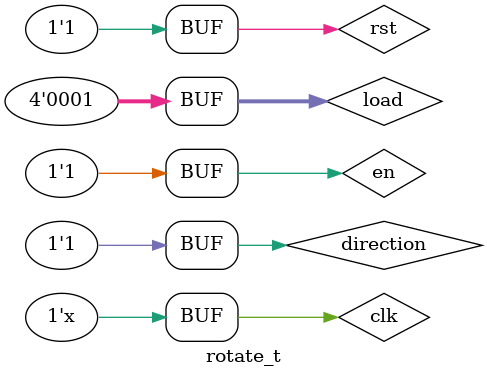
<source format=v>
`timescale 1ns / 1ps


module rotate_t;

	// Inputs
	reg clk;
	reg rst;
	reg en;
	reg direction;
	reg [3:0] load;

	// Outputs
	wire [3:0] out;

	// Instantiate the Unit Under Test (UUT)
	rotate uut (
		.out(out), 
		.clk(clk), 
		.rst(rst), 
		.en(en), 
		.direction(direction), 
		.load(load)
	);
    
    always #50 clk = ~clk;

	initial begin
		// Initialize Inputs
		clk = 1;
		rst = 0;
		en = 0;
		direction = 0;
		load = 1;

		// Wait 100 ns for global reset to finish
		#100;
        
		// Add stimulus here
        rst = 1; #100;
        en = 1; #500;
        direction = 1; #500;

	end
      
endmodule


</source>
